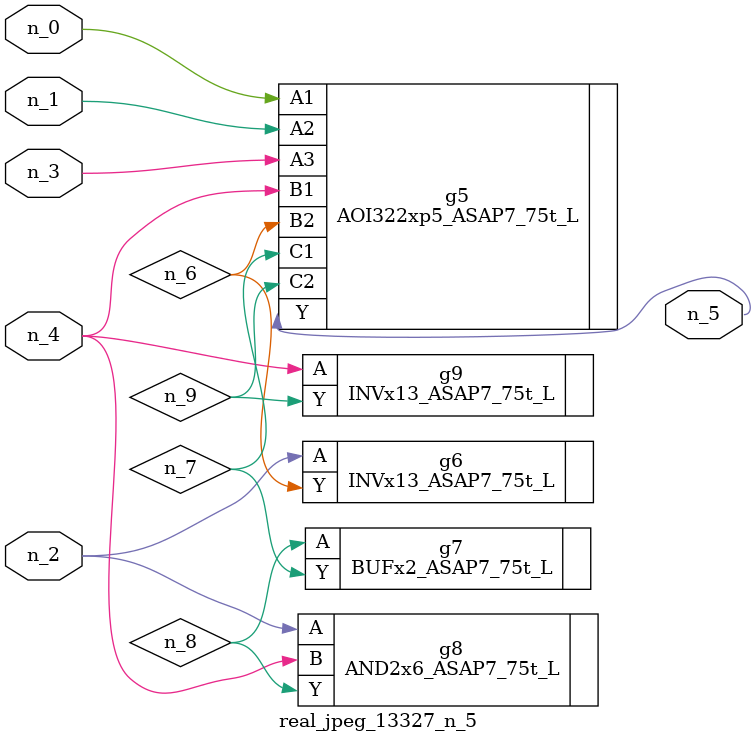
<source format=v>
module real_jpeg_13327_n_5 (n_4, n_0, n_1, n_2, n_3, n_5);

input n_4;
input n_0;
input n_1;
input n_2;
input n_3;

output n_5;

wire n_8;
wire n_6;
wire n_7;
wire n_9;

AOI322xp5_ASAP7_75t_L g5 ( 
.A1(n_0),
.A2(n_1),
.A3(n_3),
.B1(n_4),
.B2(n_6),
.C1(n_7),
.C2(n_9),
.Y(n_5)
);

INVx13_ASAP7_75t_L g6 ( 
.A(n_2),
.Y(n_6)
);

AND2x6_ASAP7_75t_L g8 ( 
.A(n_2),
.B(n_4),
.Y(n_8)
);

INVx13_ASAP7_75t_L g9 ( 
.A(n_4),
.Y(n_9)
);

BUFx2_ASAP7_75t_L g7 ( 
.A(n_8),
.Y(n_7)
);


endmodule
</source>
